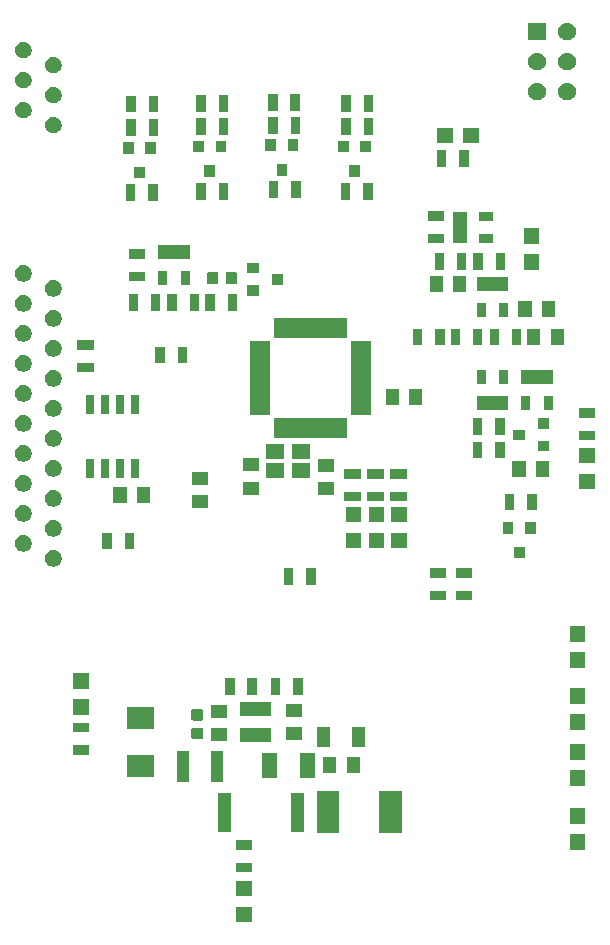
<source format=gbr>
G04 #@! TF.GenerationSoftware,KiCad,Pcbnew,5.0.2-bee76a0~70~ubuntu18.04.1*
G04 #@! TF.CreationDate,2019-04-27T20:52:58-04:00*
G04 #@! TF.ProjectId,Brakelight_Shutdown_BSPD,4272616b-656c-4696-9768-745f53687574,rev?*
G04 #@! TF.SameCoordinates,Original*
G04 #@! TF.FileFunction,Soldermask,Top*
G04 #@! TF.FilePolarity,Negative*
%FSLAX46Y46*%
G04 Gerber Fmt 4.6, Leading zero omitted, Abs format (unit mm)*
G04 Created by KiCad (PCBNEW 5.0.2-bee76a0~70~ubuntu18.04.1) date Sat 27 Apr 2019 08:52:58 PM EDT*
%MOMM*%
%LPD*%
G01*
G04 APERTURE LIST*
%ADD10C,0.100000*%
G04 APERTURE END LIST*
D10*
G36*
X181977000Y-126140000D02*
X180675000Y-126140000D01*
X180675000Y-124838000D01*
X181977000Y-124838000D01*
X181977000Y-126140000D01*
X181977000Y-126140000D01*
G37*
G36*
X181977000Y-123940000D02*
X180675000Y-123940000D01*
X180675000Y-122638000D01*
X181977000Y-122638000D01*
X181977000Y-123940000D01*
X181977000Y-123940000D01*
G37*
G36*
X182027000Y-121940000D02*
X180625000Y-121940000D01*
X180625000Y-121138000D01*
X182027000Y-121138000D01*
X182027000Y-121940000D01*
X182027000Y-121940000D01*
G37*
G36*
X182027000Y-120040000D02*
X180625000Y-120040000D01*
X180625000Y-119238000D01*
X182027000Y-119238000D01*
X182027000Y-120040000D01*
X182027000Y-120040000D01*
G37*
G36*
X210201000Y-120031000D02*
X208899000Y-120031000D01*
X208899000Y-118729000D01*
X210201000Y-118729000D01*
X210201000Y-120031000D01*
X210201000Y-120031000D01*
G37*
G36*
X189396300Y-118641000D02*
X187514300Y-118641000D01*
X187514300Y-115039000D01*
X189396300Y-115039000D01*
X189396300Y-118641000D01*
X189396300Y-118641000D01*
G37*
G36*
X194676300Y-118641000D02*
X192794300Y-118641000D01*
X192794300Y-115039000D01*
X194676300Y-115039000D01*
X194676300Y-118641000D01*
X194676300Y-118641000D01*
G37*
G36*
X180205200Y-118496080D02*
X179103200Y-118496080D01*
X179103200Y-115194080D01*
X180205200Y-115194080D01*
X180205200Y-118496080D01*
X180205200Y-118496080D01*
G37*
G36*
X186405200Y-118496080D02*
X185303200Y-118496080D01*
X185303200Y-115194080D01*
X186405200Y-115194080D01*
X186405200Y-118496080D01*
X186405200Y-118496080D01*
G37*
G36*
X210201000Y-117831000D02*
X208899000Y-117831000D01*
X208899000Y-116529000D01*
X210201000Y-116529000D01*
X210201000Y-117831000D01*
X210201000Y-117831000D01*
G37*
G36*
X210201000Y-114611000D02*
X208899000Y-114611000D01*
X208899000Y-113309000D01*
X210201000Y-113309000D01*
X210201000Y-114611000D01*
X210201000Y-114611000D01*
G37*
G36*
X179547800Y-114267500D02*
X178545800Y-114267500D01*
X178545800Y-111665500D01*
X179547800Y-111665500D01*
X179547800Y-114267500D01*
X179547800Y-114267500D01*
G37*
G36*
X176647800Y-114267500D02*
X175645800Y-114267500D01*
X175645800Y-111665500D01*
X176647800Y-111665500D01*
X176647800Y-114267500D01*
X176647800Y-114267500D01*
G37*
G36*
X184153700Y-113956540D02*
X182851700Y-113956540D01*
X182851700Y-111854540D01*
X184153700Y-111854540D01*
X184153700Y-113956540D01*
X184153700Y-113956540D01*
G37*
G36*
X187353700Y-113956540D02*
X186051700Y-113956540D01*
X186051700Y-111854540D01*
X187353700Y-111854540D01*
X187353700Y-113956540D01*
X187353700Y-113956540D01*
G37*
G36*
X173710800Y-113906500D02*
X171449800Y-113906500D01*
X171449800Y-112026500D01*
X173710800Y-112026500D01*
X173710800Y-113906500D01*
X173710800Y-113906500D01*
G37*
G36*
X189149300Y-113515500D02*
X188047300Y-113515500D01*
X188047300Y-112163500D01*
X189149300Y-112163500D01*
X189149300Y-113515500D01*
X189149300Y-113515500D01*
G37*
G36*
X191149300Y-113515500D02*
X190047300Y-113515500D01*
X190047300Y-112163500D01*
X191149300Y-112163500D01*
X191149300Y-113515500D01*
X191149300Y-113515500D01*
G37*
G36*
X210201000Y-112411000D02*
X208899000Y-112411000D01*
X208899000Y-111109000D01*
X210201000Y-111109000D01*
X210201000Y-112411000D01*
X210201000Y-112411000D01*
G37*
G36*
X168227000Y-111990000D02*
X166825000Y-111990000D01*
X166825000Y-111188000D01*
X168227000Y-111188000D01*
X168227000Y-111990000D01*
X168227000Y-111990000D01*
G37*
G36*
X188625300Y-111341000D02*
X187523300Y-111341000D01*
X187523300Y-109639000D01*
X188625300Y-109639000D01*
X188625300Y-111341000D01*
X188625300Y-111341000D01*
G37*
G36*
X191625300Y-111341000D02*
X190523300Y-111341000D01*
X190523300Y-109639000D01*
X191625300Y-109639000D01*
X191625300Y-111341000D01*
X191625300Y-111341000D01*
G37*
G36*
X183629600Y-110885800D02*
X180977600Y-110885800D01*
X180977600Y-109723800D01*
X183629600Y-109723800D01*
X183629600Y-110885800D01*
X183629600Y-110885800D01*
G37*
G36*
X179860300Y-110850500D02*
X178508300Y-110850500D01*
X178508300Y-109748500D01*
X179860300Y-109748500D01*
X179860300Y-110850500D01*
X179860300Y-110850500D01*
G37*
G36*
X186273800Y-110771000D02*
X184921800Y-110771000D01*
X184921800Y-109669000D01*
X186273800Y-109669000D01*
X186273800Y-110771000D01*
X186273800Y-110771000D01*
G37*
G36*
X177757951Y-109693265D02*
X177791929Y-109703573D01*
X177823247Y-109720313D01*
X177850699Y-109742841D01*
X177873227Y-109770293D01*
X177889967Y-109801611D01*
X177900275Y-109835589D01*
X177904360Y-109877070D01*
X177904360Y-110478290D01*
X177900275Y-110519771D01*
X177889967Y-110553749D01*
X177873227Y-110585067D01*
X177850699Y-110612519D01*
X177823247Y-110635047D01*
X177791929Y-110651787D01*
X177757951Y-110662095D01*
X177716470Y-110666180D01*
X177040250Y-110666180D01*
X176998769Y-110662095D01*
X176964791Y-110651787D01*
X176933473Y-110635047D01*
X176906021Y-110612519D01*
X176883493Y-110585067D01*
X176866753Y-110553749D01*
X176856445Y-110519771D01*
X176852360Y-110478290D01*
X176852360Y-109877070D01*
X176856445Y-109835589D01*
X176866753Y-109801611D01*
X176883493Y-109770293D01*
X176906021Y-109742841D01*
X176933473Y-109720313D01*
X176964791Y-109703573D01*
X176998769Y-109693265D01*
X177040250Y-109689180D01*
X177716470Y-109689180D01*
X177757951Y-109693265D01*
X177757951Y-109693265D01*
G37*
G36*
X168227000Y-110090000D02*
X166825000Y-110090000D01*
X166825000Y-109288000D01*
X168227000Y-109288000D01*
X168227000Y-110090000D01*
X168227000Y-110090000D01*
G37*
G36*
X210201000Y-109871000D02*
X208899000Y-109871000D01*
X208899000Y-108569000D01*
X210201000Y-108569000D01*
X210201000Y-109871000D01*
X210201000Y-109871000D01*
G37*
G36*
X173710800Y-109842500D02*
X171449800Y-109842500D01*
X171449800Y-107962500D01*
X173710800Y-107962500D01*
X173710800Y-109842500D01*
X173710800Y-109842500D01*
G37*
G36*
X177757951Y-108118265D02*
X177791929Y-108128573D01*
X177823247Y-108145313D01*
X177850699Y-108167841D01*
X177873227Y-108195293D01*
X177889967Y-108226611D01*
X177900275Y-108260589D01*
X177904360Y-108302070D01*
X177904360Y-108903290D01*
X177900275Y-108944771D01*
X177889967Y-108978749D01*
X177873227Y-109010067D01*
X177850699Y-109037519D01*
X177823247Y-109060047D01*
X177791929Y-109076787D01*
X177757951Y-109087095D01*
X177716470Y-109091180D01*
X177040250Y-109091180D01*
X176998769Y-109087095D01*
X176964791Y-109076787D01*
X176933473Y-109060047D01*
X176906021Y-109037519D01*
X176883493Y-109010067D01*
X176866753Y-108978749D01*
X176856445Y-108944771D01*
X176852360Y-108903290D01*
X176852360Y-108302070D01*
X176856445Y-108260589D01*
X176866753Y-108226611D01*
X176883493Y-108195293D01*
X176906021Y-108167841D01*
X176933473Y-108145313D01*
X176964791Y-108128573D01*
X176998769Y-108118265D01*
X177040250Y-108114180D01*
X177716470Y-108114180D01*
X177757951Y-108118265D01*
X177757951Y-108118265D01*
G37*
G36*
X179860300Y-108850500D02*
X178508300Y-108850500D01*
X178508300Y-107748500D01*
X179860300Y-107748500D01*
X179860300Y-108850500D01*
X179860300Y-108850500D01*
G37*
G36*
X186273800Y-108771000D02*
X184921800Y-108771000D01*
X184921800Y-107669000D01*
X186273800Y-107669000D01*
X186273800Y-108771000D01*
X186273800Y-108771000D01*
G37*
G36*
X183629600Y-108685800D02*
X180977600Y-108685800D01*
X180977600Y-107523800D01*
X183629600Y-107523800D01*
X183629600Y-108685800D01*
X183629600Y-108685800D01*
G37*
G36*
X168177000Y-108590000D02*
X166875000Y-108590000D01*
X166875000Y-107288000D01*
X168177000Y-107288000D01*
X168177000Y-108590000D01*
X168177000Y-108590000D01*
G37*
G36*
X210201000Y-107671000D02*
X208899000Y-107671000D01*
X208899000Y-106369000D01*
X210201000Y-106369000D01*
X210201000Y-107671000D01*
X210201000Y-107671000D01*
G37*
G36*
X184421420Y-106918720D02*
X183619420Y-106918720D01*
X183619420Y-105516720D01*
X184421420Y-105516720D01*
X184421420Y-106918720D01*
X184421420Y-106918720D01*
G37*
G36*
X186321420Y-106918720D02*
X185519420Y-106918720D01*
X185519420Y-105516720D01*
X186321420Y-105516720D01*
X186321420Y-106918720D01*
X186321420Y-106918720D01*
G37*
G36*
X182435220Y-106903480D02*
X181633220Y-106903480D01*
X181633220Y-105501480D01*
X182435220Y-105501480D01*
X182435220Y-106903480D01*
X182435220Y-106903480D01*
G37*
G36*
X180535220Y-106903480D02*
X179733220Y-106903480D01*
X179733220Y-105501480D01*
X180535220Y-105501480D01*
X180535220Y-106903480D01*
X180535220Y-106903480D01*
G37*
G36*
X168177000Y-106390000D02*
X166875000Y-106390000D01*
X166875000Y-105088000D01*
X168177000Y-105088000D01*
X168177000Y-106390000D01*
X168177000Y-106390000D01*
G37*
G36*
X210201000Y-104621000D02*
X208899000Y-104621000D01*
X208899000Y-103319000D01*
X210201000Y-103319000D01*
X210201000Y-104621000D01*
X210201000Y-104621000D01*
G37*
G36*
X210201000Y-102421000D02*
X208899000Y-102421000D01*
X208899000Y-101119000D01*
X210201000Y-101119000D01*
X210201000Y-102421000D01*
X210201000Y-102421000D01*
G37*
G36*
X198465400Y-98912400D02*
X197063400Y-98912400D01*
X197063400Y-98110400D01*
X198465400Y-98110400D01*
X198465400Y-98912400D01*
X198465400Y-98912400D01*
G37*
G36*
X200649800Y-98897200D02*
X199247800Y-98897200D01*
X199247800Y-98095200D01*
X200649800Y-98095200D01*
X200649800Y-98897200D01*
X200649800Y-98897200D01*
G37*
G36*
X187416200Y-97576600D02*
X186614200Y-97576600D01*
X186614200Y-96174600D01*
X187416200Y-96174600D01*
X187416200Y-97576600D01*
X187416200Y-97576600D01*
G37*
G36*
X185516200Y-97576600D02*
X184714200Y-97576600D01*
X184714200Y-96174600D01*
X185516200Y-96174600D01*
X185516200Y-97576600D01*
X185516200Y-97576600D01*
G37*
G36*
X198465400Y-97012400D02*
X197063400Y-97012400D01*
X197063400Y-96210400D01*
X198465400Y-96210400D01*
X198465400Y-97012400D01*
X198465400Y-97012400D01*
G37*
G36*
X200649800Y-96997200D02*
X199247800Y-96997200D01*
X199247800Y-96195200D01*
X200649800Y-96195200D01*
X200649800Y-96997200D01*
X200649800Y-96997200D01*
G37*
G36*
X165406072Y-94677538D02*
X165533649Y-94730382D01*
X165648465Y-94807100D01*
X165746100Y-94904735D01*
X165822818Y-95019551D01*
X165875662Y-95147128D01*
X165902600Y-95282556D01*
X165902600Y-95420644D01*
X165875662Y-95556072D01*
X165822818Y-95683649D01*
X165746100Y-95798465D01*
X165648465Y-95896100D01*
X165533649Y-95972818D01*
X165406072Y-96025662D01*
X165270644Y-96052600D01*
X165132556Y-96052600D01*
X164997128Y-96025662D01*
X164869551Y-95972818D01*
X164754735Y-95896100D01*
X164657100Y-95798465D01*
X164580382Y-95683649D01*
X164527538Y-95556072D01*
X164500600Y-95420644D01*
X164500600Y-95282556D01*
X164527538Y-95147128D01*
X164580382Y-95019551D01*
X164657100Y-94904735D01*
X164754735Y-94807100D01*
X164869551Y-94730382D01*
X164997128Y-94677538D01*
X165132556Y-94650600D01*
X165270644Y-94650600D01*
X165406072Y-94677538D01*
X165406072Y-94677538D01*
G37*
G36*
X205088600Y-95361800D02*
X204186600Y-95361800D01*
X204186600Y-94359800D01*
X205088600Y-94359800D01*
X205088600Y-95361800D01*
X205088600Y-95361800D01*
G37*
G36*
X162866072Y-93407538D02*
X162993649Y-93460382D01*
X163108465Y-93537100D01*
X163206100Y-93634735D01*
X163282818Y-93749551D01*
X163335662Y-93877128D01*
X163362600Y-94012556D01*
X163362600Y-94150644D01*
X163335662Y-94286072D01*
X163282818Y-94413649D01*
X163206100Y-94528465D01*
X163108465Y-94626100D01*
X162993649Y-94702818D01*
X162866072Y-94755662D01*
X162730644Y-94782600D01*
X162592556Y-94782600D01*
X162457128Y-94755662D01*
X162329551Y-94702818D01*
X162214735Y-94626100D01*
X162117100Y-94528465D01*
X162040382Y-94413649D01*
X161987538Y-94286072D01*
X161960600Y-94150644D01*
X161960600Y-94012556D01*
X161987538Y-93877128D01*
X162040382Y-93749551D01*
X162117100Y-93634735D01*
X162214735Y-93537100D01*
X162329551Y-93460382D01*
X162457128Y-93407538D01*
X162592556Y-93380600D01*
X162730644Y-93380600D01*
X162866072Y-93407538D01*
X162866072Y-93407538D01*
G37*
G36*
X172054200Y-94604800D02*
X171252200Y-94604800D01*
X171252200Y-93202800D01*
X172054200Y-93202800D01*
X172054200Y-94604800D01*
X172054200Y-94604800D01*
G37*
G36*
X170154200Y-94604800D02*
X169352200Y-94604800D01*
X169352200Y-93202800D01*
X170154200Y-93202800D01*
X170154200Y-94604800D01*
X170154200Y-94604800D01*
G37*
G36*
X193208400Y-94494200D02*
X191906400Y-94494200D01*
X191906400Y-93192200D01*
X193208400Y-93192200D01*
X193208400Y-94494200D01*
X193208400Y-94494200D01*
G37*
G36*
X191239900Y-94494200D02*
X189937900Y-94494200D01*
X189937900Y-93192200D01*
X191239900Y-93192200D01*
X191239900Y-94494200D01*
X191239900Y-94494200D01*
G37*
G36*
X195113400Y-94473700D02*
X193811400Y-94473700D01*
X193811400Y-93171700D01*
X195113400Y-93171700D01*
X195113400Y-94473700D01*
X195113400Y-94473700D01*
G37*
G36*
X165406072Y-92137538D02*
X165533649Y-92190382D01*
X165648465Y-92267100D01*
X165746100Y-92364735D01*
X165822818Y-92479551D01*
X165875662Y-92607128D01*
X165902600Y-92742556D01*
X165902600Y-92880644D01*
X165875662Y-93016072D01*
X165822818Y-93143649D01*
X165746100Y-93258465D01*
X165648465Y-93356100D01*
X165533649Y-93432818D01*
X165406072Y-93485662D01*
X165270644Y-93512600D01*
X165132556Y-93512600D01*
X164997128Y-93485662D01*
X164869551Y-93432818D01*
X164754735Y-93356100D01*
X164657100Y-93258465D01*
X164580382Y-93143649D01*
X164527538Y-93016072D01*
X164500600Y-92880644D01*
X164500600Y-92742556D01*
X164527538Y-92607128D01*
X164580382Y-92479551D01*
X164657100Y-92364735D01*
X164754735Y-92267100D01*
X164869551Y-92190382D01*
X164997128Y-92137538D01*
X165132556Y-92110600D01*
X165270644Y-92110600D01*
X165406072Y-92137538D01*
X165406072Y-92137538D01*
G37*
G36*
X206038600Y-93261800D02*
X205136600Y-93261800D01*
X205136600Y-92259800D01*
X206038600Y-92259800D01*
X206038600Y-93261800D01*
X206038600Y-93261800D01*
G37*
G36*
X204138600Y-93261800D02*
X203236600Y-93261800D01*
X203236600Y-92259800D01*
X204138600Y-92259800D01*
X204138600Y-93261800D01*
X204138600Y-93261800D01*
G37*
G36*
X191239900Y-92294200D02*
X189937900Y-92294200D01*
X189937900Y-90992200D01*
X191239900Y-90992200D01*
X191239900Y-92294200D01*
X191239900Y-92294200D01*
G37*
G36*
X193208400Y-92294200D02*
X191906400Y-92294200D01*
X191906400Y-90992200D01*
X193208400Y-90992200D01*
X193208400Y-92294200D01*
X193208400Y-92294200D01*
G37*
G36*
X195113400Y-92273700D02*
X193811400Y-92273700D01*
X193811400Y-90971700D01*
X195113400Y-90971700D01*
X195113400Y-92273700D01*
X195113400Y-92273700D01*
G37*
G36*
X162866072Y-90867538D02*
X162993649Y-90920382D01*
X163108465Y-90997100D01*
X163206100Y-91094735D01*
X163282818Y-91209551D01*
X163335662Y-91337128D01*
X163362600Y-91472556D01*
X163362600Y-91610644D01*
X163335662Y-91746072D01*
X163282818Y-91873649D01*
X163206100Y-91988465D01*
X163108465Y-92086100D01*
X162993649Y-92162818D01*
X162866072Y-92215662D01*
X162730644Y-92242600D01*
X162592556Y-92242600D01*
X162457128Y-92215662D01*
X162329551Y-92162818D01*
X162214735Y-92086100D01*
X162117100Y-91988465D01*
X162040382Y-91873649D01*
X161987538Y-91746072D01*
X161960600Y-91610644D01*
X161960600Y-91472556D01*
X161987538Y-91337128D01*
X162040382Y-91209551D01*
X162117100Y-91094735D01*
X162214735Y-90997100D01*
X162329551Y-90920382D01*
X162457128Y-90867538D01*
X162592556Y-90840600D01*
X162730644Y-90840600D01*
X162866072Y-90867538D01*
X162866072Y-90867538D01*
G37*
G36*
X204210600Y-91277400D02*
X203408600Y-91277400D01*
X203408600Y-89875400D01*
X204210600Y-89875400D01*
X204210600Y-91277400D01*
X204210600Y-91277400D01*
G37*
G36*
X206110600Y-91277400D02*
X205308600Y-91277400D01*
X205308600Y-89875400D01*
X206110600Y-89875400D01*
X206110600Y-91277400D01*
X206110600Y-91277400D01*
G37*
G36*
X178323600Y-91127400D02*
X176971600Y-91127400D01*
X176971600Y-90025400D01*
X178323600Y-90025400D01*
X178323600Y-91127400D01*
X178323600Y-91127400D01*
G37*
G36*
X165406072Y-89597538D02*
X165533649Y-89650382D01*
X165648465Y-89727100D01*
X165746100Y-89824735D01*
X165822818Y-89939551D01*
X165875662Y-90067128D01*
X165902600Y-90202556D01*
X165902600Y-90340644D01*
X165875662Y-90476072D01*
X165822818Y-90603649D01*
X165746100Y-90718465D01*
X165648465Y-90816100D01*
X165533649Y-90892818D01*
X165406072Y-90945662D01*
X165270644Y-90972600D01*
X165132556Y-90972600D01*
X164997128Y-90945662D01*
X164869551Y-90892818D01*
X164754735Y-90816100D01*
X164657100Y-90718465D01*
X164580382Y-90603649D01*
X164527538Y-90476072D01*
X164500600Y-90340644D01*
X164500600Y-90202556D01*
X164527538Y-90067128D01*
X164580382Y-89939551D01*
X164657100Y-89824735D01*
X164754735Y-89727100D01*
X164869551Y-89650382D01*
X164997128Y-89597538D01*
X165132556Y-89570600D01*
X165270644Y-89570600D01*
X165406072Y-89597538D01*
X165406072Y-89597538D01*
G37*
G36*
X171391400Y-90642800D02*
X170289400Y-90642800D01*
X170289400Y-89290800D01*
X171391400Y-89290800D01*
X171391400Y-90642800D01*
X171391400Y-90642800D01*
G37*
G36*
X173391400Y-90642800D02*
X172289400Y-90642800D01*
X172289400Y-89290800D01*
X173391400Y-89290800D01*
X173391400Y-90642800D01*
X173391400Y-90642800D01*
G37*
G36*
X193194900Y-90520200D02*
X191792900Y-90520200D01*
X191792900Y-89718200D01*
X193194900Y-89718200D01*
X193194900Y-90520200D01*
X193194900Y-90520200D01*
G37*
G36*
X191226400Y-90520200D02*
X189824400Y-90520200D01*
X189824400Y-89718200D01*
X191226400Y-89718200D01*
X191226400Y-90520200D01*
X191226400Y-90520200D01*
G37*
G36*
X195099900Y-90517700D02*
X193697900Y-90517700D01*
X193697900Y-89715700D01*
X195099900Y-89715700D01*
X195099900Y-90517700D01*
X195099900Y-90517700D01*
G37*
G36*
X188978900Y-90035200D02*
X187626900Y-90035200D01*
X187626900Y-88933200D01*
X188978900Y-88933200D01*
X188978900Y-90035200D01*
X188978900Y-90035200D01*
G37*
G36*
X182628900Y-90003200D02*
X181276900Y-90003200D01*
X181276900Y-88901200D01*
X182628900Y-88901200D01*
X182628900Y-90003200D01*
X182628900Y-90003200D01*
G37*
G36*
X162866072Y-88327538D02*
X162993649Y-88380382D01*
X163108465Y-88457100D01*
X163206100Y-88554735D01*
X163282818Y-88669551D01*
X163335662Y-88797128D01*
X163362600Y-88932556D01*
X163362600Y-89070644D01*
X163335662Y-89206072D01*
X163282818Y-89333649D01*
X163206100Y-89448465D01*
X163108465Y-89546100D01*
X162993649Y-89622818D01*
X162866072Y-89675662D01*
X162730644Y-89702600D01*
X162592556Y-89702600D01*
X162457128Y-89675662D01*
X162329551Y-89622818D01*
X162214735Y-89546100D01*
X162117100Y-89448465D01*
X162040382Y-89333649D01*
X161987538Y-89206072D01*
X161960600Y-89070644D01*
X161960600Y-88932556D01*
X161987538Y-88797128D01*
X162040382Y-88669551D01*
X162117100Y-88554735D01*
X162214735Y-88457100D01*
X162329551Y-88380382D01*
X162457128Y-88327538D01*
X162592556Y-88300600D01*
X162730644Y-88300600D01*
X162866072Y-88327538D01*
X162866072Y-88327538D01*
G37*
G36*
X211039200Y-89508000D02*
X209737200Y-89508000D01*
X209737200Y-88206000D01*
X211039200Y-88206000D01*
X211039200Y-89508000D01*
X211039200Y-89508000D01*
G37*
G36*
X178323600Y-89127400D02*
X176971600Y-89127400D01*
X176971600Y-88025400D01*
X178323600Y-88025400D01*
X178323600Y-89127400D01*
X178323600Y-89127400D01*
G37*
G36*
X191226400Y-88620200D02*
X189824400Y-88620200D01*
X189824400Y-87818200D01*
X191226400Y-87818200D01*
X191226400Y-88620200D01*
X191226400Y-88620200D01*
G37*
G36*
X193194900Y-88620200D02*
X191792900Y-88620200D01*
X191792900Y-87818200D01*
X193194900Y-87818200D01*
X193194900Y-88620200D01*
X193194900Y-88620200D01*
G37*
G36*
X195099900Y-88617700D02*
X193697900Y-88617700D01*
X193697900Y-87815700D01*
X195099900Y-87815700D01*
X195099900Y-88617700D01*
X195099900Y-88617700D01*
G37*
G36*
X172461400Y-88565200D02*
X171759400Y-88565200D01*
X171759400Y-86913200D01*
X172461400Y-86913200D01*
X172461400Y-88565200D01*
X172461400Y-88565200D01*
G37*
G36*
X168651400Y-88565200D02*
X167949400Y-88565200D01*
X167949400Y-86913200D01*
X168651400Y-86913200D01*
X168651400Y-88565200D01*
X168651400Y-88565200D01*
G37*
G36*
X169921400Y-88565200D02*
X169219400Y-88565200D01*
X169219400Y-86913200D01*
X169921400Y-86913200D01*
X169921400Y-88565200D01*
X169921400Y-88565200D01*
G37*
G36*
X171191400Y-88565200D02*
X170489400Y-88565200D01*
X170489400Y-86913200D01*
X171191400Y-86913200D01*
X171191400Y-88565200D01*
X171191400Y-88565200D01*
G37*
G36*
X186935900Y-88560200D02*
X185433900Y-88560200D01*
X185433900Y-87258200D01*
X186935900Y-87258200D01*
X186935900Y-88560200D01*
X186935900Y-88560200D01*
G37*
G36*
X184735900Y-88560200D02*
X183233900Y-88560200D01*
X183233900Y-87258200D01*
X184735900Y-87258200D01*
X184735900Y-88560200D01*
X184735900Y-88560200D01*
G37*
G36*
X205173400Y-88509200D02*
X204071400Y-88509200D01*
X204071400Y-87157200D01*
X205173400Y-87157200D01*
X205173400Y-88509200D01*
X205173400Y-88509200D01*
G37*
G36*
X207173400Y-88509200D02*
X206071400Y-88509200D01*
X206071400Y-87157200D01*
X207173400Y-87157200D01*
X207173400Y-88509200D01*
X207173400Y-88509200D01*
G37*
G36*
X165406072Y-87057538D02*
X165533649Y-87110382D01*
X165648465Y-87187100D01*
X165746100Y-87284735D01*
X165822818Y-87399551D01*
X165875662Y-87527128D01*
X165902600Y-87662556D01*
X165902600Y-87800644D01*
X165875662Y-87936072D01*
X165822818Y-88063649D01*
X165746100Y-88178465D01*
X165648465Y-88276100D01*
X165533649Y-88352818D01*
X165406072Y-88405662D01*
X165270644Y-88432600D01*
X165132556Y-88432600D01*
X164997128Y-88405662D01*
X164869551Y-88352818D01*
X164754735Y-88276100D01*
X164657100Y-88178465D01*
X164580382Y-88063649D01*
X164527538Y-87936072D01*
X164500600Y-87800644D01*
X164500600Y-87662556D01*
X164527538Y-87527128D01*
X164580382Y-87399551D01*
X164657100Y-87284735D01*
X164754735Y-87187100D01*
X164869551Y-87110382D01*
X164997128Y-87057538D01*
X165132556Y-87030600D01*
X165270644Y-87030600D01*
X165406072Y-87057538D01*
X165406072Y-87057538D01*
G37*
G36*
X188978900Y-88035200D02*
X187626900Y-88035200D01*
X187626900Y-86933200D01*
X188978900Y-86933200D01*
X188978900Y-88035200D01*
X188978900Y-88035200D01*
G37*
G36*
X182628900Y-88003200D02*
X181276900Y-88003200D01*
X181276900Y-86901200D01*
X182628900Y-86901200D01*
X182628900Y-88003200D01*
X182628900Y-88003200D01*
G37*
G36*
X211039200Y-87308000D02*
X209737200Y-87308000D01*
X209737200Y-86006000D01*
X211039200Y-86006000D01*
X211039200Y-87308000D01*
X211039200Y-87308000D01*
G37*
G36*
X162866072Y-85787538D02*
X162993649Y-85840382D01*
X163108465Y-85917100D01*
X163206100Y-86014735D01*
X163282818Y-86129551D01*
X163335662Y-86257128D01*
X163362600Y-86392556D01*
X163362600Y-86530644D01*
X163335662Y-86666072D01*
X163282818Y-86793649D01*
X163206100Y-86908465D01*
X163108465Y-87006100D01*
X162993649Y-87082818D01*
X162866072Y-87135662D01*
X162730644Y-87162600D01*
X162592556Y-87162600D01*
X162457128Y-87135662D01*
X162329551Y-87082818D01*
X162214735Y-87006100D01*
X162117100Y-86908465D01*
X162040382Y-86793649D01*
X161987538Y-86666072D01*
X161960600Y-86530644D01*
X161960600Y-86392556D01*
X161987538Y-86257128D01*
X162040382Y-86129551D01*
X162117100Y-86014735D01*
X162214735Y-85917100D01*
X162329551Y-85840382D01*
X162457128Y-85787538D01*
X162592556Y-85760600D01*
X162730644Y-85760600D01*
X162866072Y-85787538D01*
X162866072Y-85787538D01*
G37*
G36*
X184735900Y-86960200D02*
X183233900Y-86960200D01*
X183233900Y-85658200D01*
X184735900Y-85658200D01*
X184735900Y-86960200D01*
X184735900Y-86960200D01*
G37*
G36*
X186935900Y-86960200D02*
X185433900Y-86960200D01*
X185433900Y-85658200D01*
X186935900Y-85658200D01*
X186935900Y-86960200D01*
X186935900Y-86960200D01*
G37*
G36*
X201523200Y-86883200D02*
X200721200Y-86883200D01*
X200721200Y-85481200D01*
X201523200Y-85481200D01*
X201523200Y-86883200D01*
X201523200Y-86883200D01*
G37*
G36*
X203423200Y-86883200D02*
X202621200Y-86883200D01*
X202621200Y-85481200D01*
X203423200Y-85481200D01*
X203423200Y-86883200D01*
X203423200Y-86883200D01*
G37*
G36*
X207198000Y-86313200D02*
X206196000Y-86313200D01*
X206196000Y-85411200D01*
X207198000Y-85411200D01*
X207198000Y-86313200D01*
X207198000Y-86313200D01*
G37*
G36*
X165406072Y-84517538D02*
X165533649Y-84570382D01*
X165648465Y-84647100D01*
X165746100Y-84744735D01*
X165822818Y-84859551D01*
X165875662Y-84987128D01*
X165902600Y-85122556D01*
X165902600Y-85260644D01*
X165875662Y-85396072D01*
X165822818Y-85523649D01*
X165746100Y-85638465D01*
X165648465Y-85736100D01*
X165533649Y-85812818D01*
X165406072Y-85865662D01*
X165270644Y-85892600D01*
X165132556Y-85892600D01*
X164997128Y-85865662D01*
X164869551Y-85812818D01*
X164754735Y-85736100D01*
X164657100Y-85638465D01*
X164580382Y-85523649D01*
X164527538Y-85396072D01*
X164500600Y-85260644D01*
X164500600Y-85122556D01*
X164527538Y-84987128D01*
X164580382Y-84859551D01*
X164657100Y-84744735D01*
X164754735Y-84647100D01*
X164869551Y-84570382D01*
X164997128Y-84517538D01*
X165132556Y-84490600D01*
X165270644Y-84490600D01*
X165406072Y-84517538D01*
X165406072Y-84517538D01*
G37*
G36*
X205098000Y-85363200D02*
X204096000Y-85363200D01*
X204096000Y-84461200D01*
X205098000Y-84461200D01*
X205098000Y-85363200D01*
X205098000Y-85363200D01*
G37*
G36*
X211063800Y-85338600D02*
X209661800Y-85338600D01*
X209661800Y-84536600D01*
X211063800Y-84536600D01*
X211063800Y-85338600D01*
X211063800Y-85338600D01*
G37*
G36*
X190095400Y-85187200D02*
X183843400Y-85187200D01*
X183843400Y-83485200D01*
X190095400Y-83485200D01*
X190095400Y-85187200D01*
X190095400Y-85187200D01*
G37*
G36*
X201523200Y-84876600D02*
X200721200Y-84876600D01*
X200721200Y-83474600D01*
X201523200Y-83474600D01*
X201523200Y-84876600D01*
X201523200Y-84876600D01*
G37*
G36*
X203423200Y-84876600D02*
X202621200Y-84876600D01*
X202621200Y-83474600D01*
X203423200Y-83474600D01*
X203423200Y-84876600D01*
X203423200Y-84876600D01*
G37*
G36*
X162866072Y-83247538D02*
X162993649Y-83300382D01*
X163108465Y-83377100D01*
X163206100Y-83474735D01*
X163282818Y-83589551D01*
X163335662Y-83717128D01*
X163362600Y-83852556D01*
X163362600Y-83990644D01*
X163335662Y-84126072D01*
X163282818Y-84253649D01*
X163206100Y-84368465D01*
X163108465Y-84466100D01*
X162993649Y-84542818D01*
X162866072Y-84595662D01*
X162730644Y-84622600D01*
X162592556Y-84622600D01*
X162457128Y-84595662D01*
X162329551Y-84542818D01*
X162214735Y-84466100D01*
X162117100Y-84368465D01*
X162040382Y-84253649D01*
X161987538Y-84126072D01*
X161960600Y-83990644D01*
X161960600Y-83852556D01*
X161987538Y-83717128D01*
X162040382Y-83589551D01*
X162117100Y-83474735D01*
X162214735Y-83377100D01*
X162329551Y-83300382D01*
X162457128Y-83247538D01*
X162592556Y-83220600D01*
X162730644Y-83220600D01*
X162866072Y-83247538D01*
X162866072Y-83247538D01*
G37*
G36*
X207198000Y-84413200D02*
X206196000Y-84413200D01*
X206196000Y-83511200D01*
X207198000Y-83511200D01*
X207198000Y-84413200D01*
X207198000Y-84413200D01*
G37*
G36*
X211063800Y-83438600D02*
X209661800Y-83438600D01*
X209661800Y-82636600D01*
X211063800Y-82636600D01*
X211063800Y-83438600D01*
X211063800Y-83438600D01*
G37*
G36*
X165406072Y-81977538D02*
X165533649Y-82030382D01*
X165648465Y-82107100D01*
X165746100Y-82204735D01*
X165822818Y-82319551D01*
X165875662Y-82447128D01*
X165902600Y-82582556D01*
X165902600Y-82720644D01*
X165875662Y-82856072D01*
X165822818Y-82983649D01*
X165746100Y-83098465D01*
X165648465Y-83196100D01*
X165533649Y-83272818D01*
X165406072Y-83325662D01*
X165270644Y-83352600D01*
X165132556Y-83352600D01*
X164997128Y-83325662D01*
X164869551Y-83272818D01*
X164754735Y-83196100D01*
X164657100Y-83098465D01*
X164580382Y-82983649D01*
X164527538Y-82856072D01*
X164500600Y-82720644D01*
X164500600Y-82582556D01*
X164527538Y-82447128D01*
X164580382Y-82319551D01*
X164657100Y-82204735D01*
X164754735Y-82107100D01*
X164869551Y-82030382D01*
X164997128Y-81977538D01*
X165132556Y-81950600D01*
X165270644Y-81950600D01*
X165406072Y-81977538D01*
X165406072Y-81977538D01*
G37*
G36*
X192070400Y-83212200D02*
X190368400Y-83212200D01*
X190368400Y-76960200D01*
X192070400Y-76960200D01*
X192070400Y-83212200D01*
X192070400Y-83212200D01*
G37*
G36*
X183570400Y-83212200D02*
X181868400Y-83212200D01*
X181868400Y-76960200D01*
X183570400Y-76960200D01*
X183570400Y-83212200D01*
X183570400Y-83212200D01*
G37*
G36*
X172461400Y-83165200D02*
X171759400Y-83165200D01*
X171759400Y-81513200D01*
X172461400Y-81513200D01*
X172461400Y-83165200D01*
X172461400Y-83165200D01*
G37*
G36*
X171191400Y-83165200D02*
X170489400Y-83165200D01*
X170489400Y-81513200D01*
X171191400Y-81513200D01*
X171191400Y-83165200D01*
X171191400Y-83165200D01*
G37*
G36*
X169921400Y-83165200D02*
X169219400Y-83165200D01*
X169219400Y-81513200D01*
X169921400Y-81513200D01*
X169921400Y-83165200D01*
X169921400Y-83165200D01*
G37*
G36*
X168651400Y-83165200D02*
X167949400Y-83165200D01*
X167949400Y-81513200D01*
X168651400Y-81513200D01*
X168651400Y-83165200D01*
X168651400Y-83165200D01*
G37*
G36*
X207462200Y-82775400D02*
X206710200Y-82775400D01*
X206710200Y-81613400D01*
X207462200Y-81613400D01*
X207462200Y-82775400D01*
X207462200Y-82775400D01*
G37*
G36*
X205562200Y-82775400D02*
X204810200Y-82775400D01*
X204810200Y-81613400D01*
X205562200Y-81613400D01*
X205562200Y-82775400D01*
X205562200Y-82775400D01*
G37*
G36*
X203713200Y-82775400D02*
X201061200Y-82775400D01*
X201061200Y-81613400D01*
X203713200Y-81613400D01*
X203713200Y-82775400D01*
X203713200Y-82775400D01*
G37*
G36*
X194429200Y-82413200D02*
X193327200Y-82413200D01*
X193327200Y-81061200D01*
X194429200Y-81061200D01*
X194429200Y-82413200D01*
X194429200Y-82413200D01*
G37*
G36*
X196429200Y-82413200D02*
X195327200Y-82413200D01*
X195327200Y-81061200D01*
X196429200Y-81061200D01*
X196429200Y-82413200D01*
X196429200Y-82413200D01*
G37*
G36*
X162866072Y-80707538D02*
X162993649Y-80760382D01*
X163108465Y-80837100D01*
X163206100Y-80934735D01*
X163282818Y-81049551D01*
X163335662Y-81177128D01*
X163362600Y-81312556D01*
X163362600Y-81450644D01*
X163335662Y-81586072D01*
X163282818Y-81713649D01*
X163206100Y-81828465D01*
X163108465Y-81926100D01*
X162993649Y-82002818D01*
X162866072Y-82055662D01*
X162730644Y-82082600D01*
X162592556Y-82082600D01*
X162457128Y-82055662D01*
X162329551Y-82002818D01*
X162214735Y-81926100D01*
X162117100Y-81828465D01*
X162040382Y-81713649D01*
X161987538Y-81586072D01*
X161960600Y-81450644D01*
X161960600Y-81312556D01*
X161987538Y-81177128D01*
X162040382Y-81049551D01*
X162117100Y-80934735D01*
X162214735Y-80837100D01*
X162329551Y-80760382D01*
X162457128Y-80707538D01*
X162592556Y-80680600D01*
X162730644Y-80680600D01*
X162866072Y-80707538D01*
X162866072Y-80707538D01*
G37*
G36*
X165406072Y-79437538D02*
X165533649Y-79490382D01*
X165648465Y-79567100D01*
X165746100Y-79664735D01*
X165822818Y-79779551D01*
X165875662Y-79907128D01*
X165902600Y-80042556D01*
X165902600Y-80180644D01*
X165875662Y-80316072D01*
X165822818Y-80443649D01*
X165746100Y-80558465D01*
X165648465Y-80656100D01*
X165533649Y-80732818D01*
X165406072Y-80785662D01*
X165270644Y-80812600D01*
X165132556Y-80812600D01*
X164997128Y-80785662D01*
X164869551Y-80732818D01*
X164754735Y-80656100D01*
X164657100Y-80558465D01*
X164580382Y-80443649D01*
X164527538Y-80316072D01*
X164500600Y-80180644D01*
X164500600Y-80042556D01*
X164527538Y-79907128D01*
X164580382Y-79779551D01*
X164657100Y-79664735D01*
X164754735Y-79567100D01*
X164869551Y-79490382D01*
X164997128Y-79437538D01*
X165132556Y-79410600D01*
X165270644Y-79410600D01*
X165406072Y-79437538D01*
X165406072Y-79437538D01*
G37*
G36*
X203713200Y-80575400D02*
X202961200Y-80575400D01*
X202961200Y-79413400D01*
X203713200Y-79413400D01*
X203713200Y-80575400D01*
X203713200Y-80575400D01*
G37*
G36*
X201813200Y-80575400D02*
X201061200Y-80575400D01*
X201061200Y-79413400D01*
X201813200Y-79413400D01*
X201813200Y-80575400D01*
X201813200Y-80575400D01*
G37*
G36*
X207462200Y-80575400D02*
X204810200Y-80575400D01*
X204810200Y-79413400D01*
X207462200Y-79413400D01*
X207462200Y-80575400D01*
X207462200Y-80575400D01*
G37*
G36*
X168620400Y-79595700D02*
X167218400Y-79595700D01*
X167218400Y-78793700D01*
X168620400Y-78793700D01*
X168620400Y-79595700D01*
X168620400Y-79595700D01*
G37*
G36*
X162866072Y-78167538D02*
X162993649Y-78220382D01*
X163108465Y-78297100D01*
X163206100Y-78394735D01*
X163282818Y-78509551D01*
X163335662Y-78637128D01*
X163362600Y-78772556D01*
X163362600Y-78910644D01*
X163335662Y-79046072D01*
X163282818Y-79173649D01*
X163206100Y-79288465D01*
X163108465Y-79386100D01*
X162993649Y-79462818D01*
X162866072Y-79515662D01*
X162730644Y-79542600D01*
X162592556Y-79542600D01*
X162457128Y-79515662D01*
X162329551Y-79462818D01*
X162214735Y-79386100D01*
X162117100Y-79288465D01*
X162040382Y-79173649D01*
X161987538Y-79046072D01*
X161960600Y-78910644D01*
X161960600Y-78772556D01*
X161987538Y-78637128D01*
X162040382Y-78509551D01*
X162117100Y-78394735D01*
X162214735Y-78297100D01*
X162329551Y-78220382D01*
X162457128Y-78167538D01*
X162592556Y-78140600D01*
X162730644Y-78140600D01*
X162866072Y-78167538D01*
X162866072Y-78167538D01*
G37*
G36*
X174634800Y-78831400D02*
X173832800Y-78831400D01*
X173832800Y-77429400D01*
X174634800Y-77429400D01*
X174634800Y-78831400D01*
X174634800Y-78831400D01*
G37*
G36*
X176534800Y-78831400D02*
X175732800Y-78831400D01*
X175732800Y-77429400D01*
X176534800Y-77429400D01*
X176534800Y-78831400D01*
X176534800Y-78831400D01*
G37*
G36*
X165406072Y-76897538D02*
X165533649Y-76950382D01*
X165648465Y-77027100D01*
X165746100Y-77124735D01*
X165822818Y-77239551D01*
X165875662Y-77367128D01*
X165902600Y-77502556D01*
X165902600Y-77640644D01*
X165875662Y-77776072D01*
X165822818Y-77903649D01*
X165746100Y-78018465D01*
X165648465Y-78116100D01*
X165533649Y-78192818D01*
X165406072Y-78245662D01*
X165270644Y-78272600D01*
X165132556Y-78272600D01*
X164997128Y-78245662D01*
X164869551Y-78192818D01*
X164754735Y-78116100D01*
X164657100Y-78018465D01*
X164580382Y-77903649D01*
X164527538Y-77776072D01*
X164500600Y-77640644D01*
X164500600Y-77502556D01*
X164527538Y-77367128D01*
X164580382Y-77239551D01*
X164657100Y-77124735D01*
X164754735Y-77027100D01*
X164869551Y-76950382D01*
X164997128Y-76897538D01*
X165132556Y-76870600D01*
X165270644Y-76870600D01*
X165406072Y-76897538D01*
X165406072Y-76897538D01*
G37*
G36*
X168620400Y-77695700D02*
X167218400Y-77695700D01*
X167218400Y-76893700D01*
X168620400Y-76893700D01*
X168620400Y-77695700D01*
X168620400Y-77695700D01*
G37*
G36*
X202930400Y-77332800D02*
X202128400Y-77332800D01*
X202128400Y-75930800D01*
X202930400Y-75930800D01*
X202930400Y-77332800D01*
X202930400Y-77332800D01*
G37*
G36*
X204830400Y-77332800D02*
X204028400Y-77332800D01*
X204028400Y-75930800D01*
X204830400Y-75930800D01*
X204830400Y-77332800D01*
X204830400Y-77332800D01*
G37*
G36*
X206434000Y-77307800D02*
X205332000Y-77307800D01*
X205332000Y-75955800D01*
X206434000Y-75955800D01*
X206434000Y-77307800D01*
X206434000Y-77307800D01*
G37*
G36*
X208434000Y-77307800D02*
X207332000Y-77307800D01*
X207332000Y-75955800D01*
X208434000Y-75955800D01*
X208434000Y-77307800D01*
X208434000Y-77307800D01*
G37*
G36*
X196417800Y-77307400D02*
X195615800Y-77307400D01*
X195615800Y-75905400D01*
X196417800Y-75905400D01*
X196417800Y-77307400D01*
X196417800Y-77307400D01*
G37*
G36*
X198317800Y-77307400D02*
X197515800Y-77307400D01*
X197515800Y-75905400D01*
X198317800Y-75905400D01*
X198317800Y-77307400D01*
X198317800Y-77307400D01*
G37*
G36*
X199628400Y-77307400D02*
X198826400Y-77307400D01*
X198826400Y-75905400D01*
X199628400Y-75905400D01*
X199628400Y-77307400D01*
X199628400Y-77307400D01*
G37*
G36*
X201528400Y-77307400D02*
X200726400Y-77307400D01*
X200726400Y-75905400D01*
X201528400Y-75905400D01*
X201528400Y-77307400D01*
X201528400Y-77307400D01*
G37*
G36*
X162866072Y-75627538D02*
X162993649Y-75680382D01*
X163108465Y-75757100D01*
X163206100Y-75854735D01*
X163282818Y-75969551D01*
X163335662Y-76097128D01*
X163362600Y-76232556D01*
X163362600Y-76370644D01*
X163335662Y-76506072D01*
X163282818Y-76633649D01*
X163206100Y-76748465D01*
X163108465Y-76846100D01*
X162993649Y-76922818D01*
X162866072Y-76975662D01*
X162730644Y-77002600D01*
X162592556Y-77002600D01*
X162457128Y-76975662D01*
X162329551Y-76922818D01*
X162214735Y-76846100D01*
X162117100Y-76748465D01*
X162040382Y-76633649D01*
X161987538Y-76506072D01*
X161960600Y-76370644D01*
X161960600Y-76232556D01*
X161987538Y-76097128D01*
X162040382Y-75969551D01*
X162117100Y-75854735D01*
X162214735Y-75757100D01*
X162329551Y-75680382D01*
X162457128Y-75627538D01*
X162592556Y-75600600D01*
X162730644Y-75600600D01*
X162866072Y-75627538D01*
X162866072Y-75627538D01*
G37*
G36*
X190095400Y-76687200D02*
X183843400Y-76687200D01*
X183843400Y-74985200D01*
X190095400Y-74985200D01*
X190095400Y-76687200D01*
X190095400Y-76687200D01*
G37*
G36*
X165406072Y-74357538D02*
X165533649Y-74410382D01*
X165648465Y-74487100D01*
X165746100Y-74584735D01*
X165822818Y-74699551D01*
X165875662Y-74827128D01*
X165902600Y-74962556D01*
X165902600Y-75100644D01*
X165875662Y-75236072D01*
X165822818Y-75363649D01*
X165746100Y-75478465D01*
X165648465Y-75576100D01*
X165533649Y-75652818D01*
X165406072Y-75705662D01*
X165270644Y-75732600D01*
X165132556Y-75732600D01*
X164997128Y-75705662D01*
X164869551Y-75652818D01*
X164754735Y-75576100D01*
X164657100Y-75478465D01*
X164580382Y-75363649D01*
X164527538Y-75236072D01*
X164500600Y-75100644D01*
X164500600Y-74962556D01*
X164527538Y-74827128D01*
X164580382Y-74699551D01*
X164657100Y-74584735D01*
X164754735Y-74487100D01*
X164869551Y-74410382D01*
X164997128Y-74357538D01*
X165132556Y-74330600D01*
X165270644Y-74330600D01*
X165406072Y-74357538D01*
X165406072Y-74357538D01*
G37*
G36*
X205681400Y-74945600D02*
X204579400Y-74945600D01*
X204579400Y-73593600D01*
X205681400Y-73593600D01*
X205681400Y-74945600D01*
X205681400Y-74945600D01*
G37*
G36*
X207681400Y-74945600D02*
X206579400Y-74945600D01*
X206579400Y-73593600D01*
X207681400Y-73593600D01*
X207681400Y-74945600D01*
X207681400Y-74945600D01*
G37*
G36*
X203687800Y-74909200D02*
X202935800Y-74909200D01*
X202935800Y-73747200D01*
X203687800Y-73747200D01*
X203687800Y-74909200D01*
X203687800Y-74909200D01*
G37*
G36*
X201787800Y-74909200D02*
X201035800Y-74909200D01*
X201035800Y-73747200D01*
X201787800Y-73747200D01*
X201787800Y-74909200D01*
X201787800Y-74909200D01*
G37*
G36*
X162866072Y-73087538D02*
X162993649Y-73140382D01*
X163108465Y-73217100D01*
X163206100Y-73314735D01*
X163282818Y-73429551D01*
X163335662Y-73557128D01*
X163362600Y-73692556D01*
X163362600Y-73830644D01*
X163335662Y-73966072D01*
X163282818Y-74093649D01*
X163206100Y-74208465D01*
X163108465Y-74306100D01*
X162993649Y-74382818D01*
X162866072Y-74435662D01*
X162730644Y-74462600D01*
X162592556Y-74462600D01*
X162457128Y-74435662D01*
X162329551Y-74382818D01*
X162214735Y-74306100D01*
X162117100Y-74208465D01*
X162040382Y-74093649D01*
X161987538Y-73966072D01*
X161960600Y-73830644D01*
X161960600Y-73692556D01*
X161987538Y-73557128D01*
X162040382Y-73429551D01*
X162117100Y-73314735D01*
X162214735Y-73217100D01*
X162329551Y-73140382D01*
X162457128Y-73087538D01*
X162592556Y-73060600D01*
X162730644Y-73060600D01*
X162866072Y-73087538D01*
X162866072Y-73087538D01*
G37*
G36*
X174264000Y-74411800D02*
X173462000Y-74411800D01*
X173462000Y-73009800D01*
X174264000Y-73009800D01*
X174264000Y-74411800D01*
X174264000Y-74411800D01*
G37*
G36*
X172364000Y-74411800D02*
X171562000Y-74411800D01*
X171562000Y-73009800D01*
X172364000Y-73009800D01*
X172364000Y-74411800D01*
X172364000Y-74411800D01*
G37*
G36*
X178866400Y-74411800D02*
X178064400Y-74411800D01*
X178064400Y-73009800D01*
X178866400Y-73009800D01*
X178866400Y-74411800D01*
X178866400Y-74411800D01*
G37*
G36*
X175635600Y-74411800D02*
X174833600Y-74411800D01*
X174833600Y-73009800D01*
X175635600Y-73009800D01*
X175635600Y-74411800D01*
X175635600Y-74411800D01*
G37*
G36*
X177535600Y-74411800D02*
X176733600Y-74411800D01*
X176733600Y-73009800D01*
X177535600Y-73009800D01*
X177535600Y-74411800D01*
X177535600Y-74411800D01*
G37*
G36*
X180766400Y-74411800D02*
X179964400Y-74411800D01*
X179964400Y-73009800D01*
X180766400Y-73009800D01*
X180766400Y-74411800D01*
X180766400Y-74411800D01*
G37*
G36*
X165406072Y-71817538D02*
X165533649Y-71870382D01*
X165648465Y-71947100D01*
X165746100Y-72044735D01*
X165822818Y-72159551D01*
X165875662Y-72287128D01*
X165902600Y-72422556D01*
X165902600Y-72560644D01*
X165875662Y-72696072D01*
X165822818Y-72823649D01*
X165746100Y-72938465D01*
X165648465Y-73036100D01*
X165533649Y-73112818D01*
X165406072Y-73165662D01*
X165270644Y-73192600D01*
X165132556Y-73192600D01*
X164997128Y-73165662D01*
X164869551Y-73112818D01*
X164754735Y-73036100D01*
X164657100Y-72938465D01*
X164580382Y-72823649D01*
X164527538Y-72696072D01*
X164500600Y-72560644D01*
X164500600Y-72422556D01*
X164527538Y-72287128D01*
X164580382Y-72159551D01*
X164657100Y-72044735D01*
X164754735Y-71947100D01*
X164869551Y-71870382D01*
X164997128Y-71817538D01*
X165132556Y-71790600D01*
X165270644Y-71790600D01*
X165406072Y-71817538D01*
X165406072Y-71817538D01*
G37*
G36*
X182576400Y-73130600D02*
X181574400Y-73130600D01*
X181574400Y-72228600D01*
X182576400Y-72228600D01*
X182576400Y-73130600D01*
X182576400Y-73130600D01*
G37*
G36*
X200153600Y-72837400D02*
X199051600Y-72837400D01*
X199051600Y-71485400D01*
X200153600Y-71485400D01*
X200153600Y-72837400D01*
X200153600Y-72837400D01*
G37*
G36*
X198153600Y-72837400D02*
X197051600Y-72837400D01*
X197051600Y-71485400D01*
X198153600Y-71485400D01*
X198153600Y-72837400D01*
X198153600Y-72837400D01*
G37*
G36*
X203687800Y-72709200D02*
X201035800Y-72709200D01*
X201035800Y-71547200D01*
X203687800Y-71547200D01*
X203687800Y-72709200D01*
X203687800Y-72709200D01*
G37*
G36*
X176746200Y-72206600D02*
X175994200Y-72206600D01*
X175994200Y-71044600D01*
X176746200Y-71044600D01*
X176746200Y-72206600D01*
X176746200Y-72206600D01*
G37*
G36*
X174846200Y-72206600D02*
X174094200Y-72206600D01*
X174094200Y-71044600D01*
X174846200Y-71044600D01*
X174846200Y-72206600D01*
X174846200Y-72206600D01*
G37*
G36*
X184676400Y-72180600D02*
X183674400Y-72180600D01*
X183674400Y-71278600D01*
X184676400Y-71278600D01*
X184676400Y-72180600D01*
X184676400Y-72180600D01*
G37*
G36*
X179030891Y-71106085D02*
X179064869Y-71116393D01*
X179096187Y-71133133D01*
X179123639Y-71155661D01*
X179146167Y-71183113D01*
X179162907Y-71214431D01*
X179173215Y-71248409D01*
X179177300Y-71289890D01*
X179177300Y-71966110D01*
X179173215Y-72007591D01*
X179162907Y-72041569D01*
X179146167Y-72072887D01*
X179123639Y-72100339D01*
X179096187Y-72122867D01*
X179064869Y-72139607D01*
X179030891Y-72149915D01*
X178989410Y-72154000D01*
X178388190Y-72154000D01*
X178346709Y-72149915D01*
X178312731Y-72139607D01*
X178281413Y-72122867D01*
X178253961Y-72100339D01*
X178231433Y-72072887D01*
X178214693Y-72041569D01*
X178204385Y-72007591D01*
X178200300Y-71966110D01*
X178200300Y-71289890D01*
X178204385Y-71248409D01*
X178214693Y-71214431D01*
X178231433Y-71183113D01*
X178253961Y-71155661D01*
X178281413Y-71133133D01*
X178312731Y-71116393D01*
X178346709Y-71106085D01*
X178388190Y-71102000D01*
X178989410Y-71102000D01*
X179030891Y-71106085D01*
X179030891Y-71106085D01*
G37*
G36*
X180605891Y-71106085D02*
X180639869Y-71116393D01*
X180671187Y-71133133D01*
X180698639Y-71155661D01*
X180721167Y-71183113D01*
X180737907Y-71214431D01*
X180748215Y-71248409D01*
X180752300Y-71289890D01*
X180752300Y-71966110D01*
X180748215Y-72007591D01*
X180737907Y-72041569D01*
X180721167Y-72072887D01*
X180698639Y-72100339D01*
X180671187Y-72122867D01*
X180639869Y-72139607D01*
X180605891Y-72149915D01*
X180564410Y-72154000D01*
X179963190Y-72154000D01*
X179921709Y-72149915D01*
X179887731Y-72139607D01*
X179856413Y-72122867D01*
X179828961Y-72100339D01*
X179806433Y-72072887D01*
X179789693Y-72041569D01*
X179779385Y-72007591D01*
X179775300Y-71966110D01*
X179775300Y-71289890D01*
X179779385Y-71248409D01*
X179789693Y-71214431D01*
X179806433Y-71183113D01*
X179828961Y-71155661D01*
X179856413Y-71133133D01*
X179887731Y-71116393D01*
X179921709Y-71106085D01*
X179963190Y-71102000D01*
X180564410Y-71102000D01*
X180605891Y-71106085D01*
X180605891Y-71106085D01*
G37*
G36*
X162866072Y-70547538D02*
X162993649Y-70600382D01*
X163108465Y-70677100D01*
X163206100Y-70774735D01*
X163282818Y-70889551D01*
X163335662Y-71017128D01*
X163362600Y-71152556D01*
X163362600Y-71290644D01*
X163335662Y-71426072D01*
X163282818Y-71553649D01*
X163206100Y-71668465D01*
X163108465Y-71766100D01*
X162993649Y-71842818D01*
X162866072Y-71895662D01*
X162730644Y-71922600D01*
X162592556Y-71922600D01*
X162457128Y-71895662D01*
X162329551Y-71842818D01*
X162214735Y-71766100D01*
X162117100Y-71668465D01*
X162040382Y-71553649D01*
X161987538Y-71426072D01*
X161960600Y-71290644D01*
X161960600Y-71152556D01*
X161987538Y-71017128D01*
X162040382Y-70889551D01*
X162117100Y-70774735D01*
X162214735Y-70677100D01*
X162329551Y-70600382D01*
X162457128Y-70547538D01*
X162592556Y-70520600D01*
X162730644Y-70520600D01*
X162866072Y-70547538D01*
X162866072Y-70547538D01*
G37*
G36*
X172989200Y-71912200D02*
X171587200Y-71912200D01*
X171587200Y-71110200D01*
X172989200Y-71110200D01*
X172989200Y-71912200D01*
X172989200Y-71912200D01*
G37*
G36*
X182576400Y-71230600D02*
X181574400Y-71230600D01*
X181574400Y-70328600D01*
X182576400Y-70328600D01*
X182576400Y-71230600D01*
X182576400Y-71230600D01*
G37*
G36*
X200172000Y-70932000D02*
X199370000Y-70932000D01*
X199370000Y-69530000D01*
X200172000Y-69530000D01*
X200172000Y-70932000D01*
X200172000Y-70932000D01*
G37*
G36*
X201548600Y-70932000D02*
X200746600Y-70932000D01*
X200746600Y-69530000D01*
X201548600Y-69530000D01*
X201548600Y-70932000D01*
X201548600Y-70932000D01*
G37*
G36*
X198272000Y-70932000D02*
X197470000Y-70932000D01*
X197470000Y-69530000D01*
X198272000Y-69530000D01*
X198272000Y-70932000D01*
X198272000Y-70932000D01*
G37*
G36*
X203448600Y-70932000D02*
X202646600Y-70932000D01*
X202646600Y-69530000D01*
X203448600Y-69530000D01*
X203448600Y-70932000D01*
X203448600Y-70932000D01*
G37*
G36*
X206314800Y-70907400D02*
X205012800Y-70907400D01*
X205012800Y-69605400D01*
X206314800Y-69605400D01*
X206314800Y-70907400D01*
X206314800Y-70907400D01*
G37*
G36*
X172989200Y-70012200D02*
X171587200Y-70012200D01*
X171587200Y-69210200D01*
X172989200Y-69210200D01*
X172989200Y-70012200D01*
X172989200Y-70012200D01*
G37*
G36*
X176746200Y-70006600D02*
X174094200Y-70006600D01*
X174094200Y-68844600D01*
X176746200Y-68844600D01*
X176746200Y-70006600D01*
X176746200Y-70006600D01*
G37*
G36*
X206314800Y-68707400D02*
X205012800Y-68707400D01*
X205012800Y-67405400D01*
X206314800Y-67405400D01*
X206314800Y-68707400D01*
X206314800Y-68707400D01*
G37*
G36*
X200191800Y-68686800D02*
X199029800Y-68686800D01*
X199029800Y-66034800D01*
X200191800Y-66034800D01*
X200191800Y-68686800D01*
X200191800Y-68686800D01*
G37*
G36*
X202391800Y-68686800D02*
X201229800Y-68686800D01*
X201229800Y-67934800D01*
X202391800Y-67934800D01*
X202391800Y-68686800D01*
X202391800Y-68686800D01*
G37*
G36*
X198287600Y-68686400D02*
X196885600Y-68686400D01*
X196885600Y-67884400D01*
X198287600Y-67884400D01*
X198287600Y-68686400D01*
X198287600Y-68686400D01*
G37*
G36*
X202391800Y-66786800D02*
X201229800Y-66786800D01*
X201229800Y-66034800D01*
X202391800Y-66034800D01*
X202391800Y-66786800D01*
X202391800Y-66786800D01*
G37*
G36*
X198287600Y-66786400D02*
X196885600Y-66786400D01*
X196885600Y-65984400D01*
X198287600Y-65984400D01*
X198287600Y-66786400D01*
X198287600Y-66786400D01*
G37*
G36*
X174050251Y-65085471D02*
X173248251Y-65085471D01*
X173248251Y-63683471D01*
X174050251Y-63683471D01*
X174050251Y-65085471D01*
X174050251Y-65085471D01*
G37*
G36*
X172150251Y-65085471D02*
X171348251Y-65085471D01*
X171348251Y-63683471D01*
X172150251Y-63683471D01*
X172150251Y-65085471D01*
X172150251Y-65085471D01*
G37*
G36*
X190347200Y-65013800D02*
X189545200Y-65013800D01*
X189545200Y-63611800D01*
X190347200Y-63611800D01*
X190347200Y-65013800D01*
X190347200Y-65013800D01*
G37*
G36*
X192247200Y-65013800D02*
X191445200Y-65013800D01*
X191445200Y-63611800D01*
X192247200Y-63611800D01*
X192247200Y-65013800D01*
X192247200Y-65013800D01*
G37*
G36*
X180014600Y-65013800D02*
X179212600Y-65013800D01*
X179212600Y-63611800D01*
X180014600Y-63611800D01*
X180014600Y-65013800D01*
X180014600Y-65013800D01*
G37*
G36*
X178114600Y-65013800D02*
X177312600Y-65013800D01*
X177312600Y-63611800D01*
X178114600Y-63611800D01*
X178114600Y-65013800D01*
X178114600Y-65013800D01*
G37*
G36*
X186125800Y-64810600D02*
X185323800Y-64810600D01*
X185323800Y-63408600D01*
X186125800Y-63408600D01*
X186125800Y-64810600D01*
X186125800Y-64810600D01*
G37*
G36*
X184225800Y-64810600D02*
X183423800Y-64810600D01*
X183423800Y-63408600D01*
X184225800Y-63408600D01*
X184225800Y-64810600D01*
X184225800Y-64810600D01*
G37*
G36*
X172944551Y-63188171D02*
X172042551Y-63188171D01*
X172042551Y-62186171D01*
X172944551Y-62186171D01*
X172944551Y-63188171D01*
X172944551Y-63188171D01*
G37*
G36*
X191154200Y-63086600D02*
X190252200Y-63086600D01*
X190252200Y-62084600D01*
X191154200Y-62084600D01*
X191154200Y-63086600D01*
X191154200Y-63086600D01*
G37*
G36*
X178886000Y-63086600D02*
X177984000Y-63086600D01*
X177984000Y-62084600D01*
X178886000Y-62084600D01*
X178886000Y-63086600D01*
X178886000Y-63086600D01*
G37*
G36*
X184997200Y-62951400D02*
X184095200Y-62951400D01*
X184095200Y-61949400D01*
X184997200Y-61949400D01*
X184997200Y-62951400D01*
X184997200Y-62951400D01*
G37*
G36*
X200360000Y-62219800D02*
X199558000Y-62219800D01*
X199558000Y-60817800D01*
X200360000Y-60817800D01*
X200360000Y-62219800D01*
X200360000Y-62219800D01*
G37*
G36*
X198460000Y-62219800D02*
X197658000Y-62219800D01*
X197658000Y-60817800D01*
X198460000Y-60817800D01*
X198460000Y-62219800D01*
X198460000Y-62219800D01*
G37*
G36*
X171994551Y-61088171D02*
X171092551Y-61088171D01*
X171092551Y-60086171D01*
X171994551Y-60086171D01*
X171994551Y-61088171D01*
X171994551Y-61088171D01*
G37*
G36*
X173894551Y-61088171D02*
X172992551Y-61088171D01*
X172992551Y-60086171D01*
X173894551Y-60086171D01*
X173894551Y-61088171D01*
X173894551Y-61088171D01*
G37*
G36*
X190204200Y-60986600D02*
X189302200Y-60986600D01*
X189302200Y-59984600D01*
X190204200Y-59984600D01*
X190204200Y-60986600D01*
X190204200Y-60986600D01*
G37*
G36*
X177936000Y-60986600D02*
X177034000Y-60986600D01*
X177034000Y-59984600D01*
X177936000Y-59984600D01*
X177936000Y-60986600D01*
X177936000Y-60986600D01*
G37*
G36*
X179836000Y-60986600D02*
X178934000Y-60986600D01*
X178934000Y-59984600D01*
X179836000Y-59984600D01*
X179836000Y-60986600D01*
X179836000Y-60986600D01*
G37*
G36*
X192104200Y-60986600D02*
X191202200Y-60986600D01*
X191202200Y-59984600D01*
X192104200Y-59984600D01*
X192104200Y-60986600D01*
X192104200Y-60986600D01*
G37*
G36*
X184047200Y-60851400D02*
X183145200Y-60851400D01*
X183145200Y-59849400D01*
X184047200Y-59849400D01*
X184047200Y-60851400D01*
X184047200Y-60851400D01*
G37*
G36*
X185947200Y-60851400D02*
X185045200Y-60851400D01*
X185045200Y-59849400D01*
X185947200Y-59849400D01*
X185947200Y-60851400D01*
X185947200Y-60851400D01*
G37*
G36*
X199017200Y-60188600D02*
X197715200Y-60188600D01*
X197715200Y-58886600D01*
X199017200Y-58886600D01*
X199017200Y-60188600D01*
X199017200Y-60188600D01*
G37*
G36*
X201217200Y-60188600D02*
X199915200Y-60188600D01*
X199915200Y-58886600D01*
X201217200Y-58886600D01*
X201217200Y-60188600D01*
X201217200Y-60188600D01*
G37*
G36*
X172162951Y-59586371D02*
X171360951Y-59586371D01*
X171360951Y-58184371D01*
X172162951Y-58184371D01*
X172162951Y-59586371D01*
X172162951Y-59586371D01*
G37*
G36*
X174062951Y-59586371D02*
X173260951Y-59586371D01*
X173260951Y-58184371D01*
X174062951Y-58184371D01*
X174062951Y-59586371D01*
X174062951Y-59586371D01*
G37*
G36*
X190382800Y-59502000D02*
X189580800Y-59502000D01*
X189580800Y-58100000D01*
X190382800Y-58100000D01*
X190382800Y-59502000D01*
X190382800Y-59502000D01*
G37*
G36*
X192282800Y-59502000D02*
X191480800Y-59502000D01*
X191480800Y-58100000D01*
X192282800Y-58100000D01*
X192282800Y-59502000D01*
X192282800Y-59502000D01*
G37*
G36*
X178089200Y-59502000D02*
X177287200Y-59502000D01*
X177287200Y-58100000D01*
X178089200Y-58100000D01*
X178089200Y-59502000D01*
X178089200Y-59502000D01*
G37*
G36*
X179989200Y-59502000D02*
X179187200Y-59502000D01*
X179187200Y-58100000D01*
X179989200Y-58100000D01*
X179989200Y-59502000D01*
X179989200Y-59502000D01*
G37*
G36*
X184200400Y-59400400D02*
X183398400Y-59400400D01*
X183398400Y-57998400D01*
X184200400Y-57998400D01*
X184200400Y-59400400D01*
X184200400Y-59400400D01*
G37*
G36*
X186100400Y-59400400D02*
X185298400Y-59400400D01*
X185298400Y-57998400D01*
X186100400Y-57998400D01*
X186100400Y-59400400D01*
X186100400Y-59400400D01*
G37*
G36*
X165406072Y-57999938D02*
X165533649Y-58052782D01*
X165648465Y-58129500D01*
X165746100Y-58227135D01*
X165822818Y-58341951D01*
X165875662Y-58469528D01*
X165902600Y-58604956D01*
X165902600Y-58743044D01*
X165875662Y-58878472D01*
X165822818Y-59006049D01*
X165746100Y-59120865D01*
X165648465Y-59218500D01*
X165533649Y-59295218D01*
X165406072Y-59348062D01*
X165270644Y-59375000D01*
X165132556Y-59375000D01*
X164997128Y-59348062D01*
X164869551Y-59295218D01*
X164754735Y-59218500D01*
X164657100Y-59120865D01*
X164580382Y-59006049D01*
X164527538Y-58878472D01*
X164500600Y-58743044D01*
X164500600Y-58604956D01*
X164527538Y-58469528D01*
X164580382Y-58341951D01*
X164657100Y-58227135D01*
X164754735Y-58129500D01*
X164869551Y-58052782D01*
X164997128Y-57999938D01*
X165132556Y-57973000D01*
X165270644Y-57973000D01*
X165406072Y-57999938D01*
X165406072Y-57999938D01*
G37*
G36*
X162866072Y-56729938D02*
X162993649Y-56782782D01*
X163108465Y-56859500D01*
X163206100Y-56957135D01*
X163282818Y-57071951D01*
X163335662Y-57199528D01*
X163362600Y-57334956D01*
X163362600Y-57473044D01*
X163335662Y-57608472D01*
X163282818Y-57736049D01*
X163206100Y-57850865D01*
X163108465Y-57948500D01*
X162993649Y-58025218D01*
X162866072Y-58078062D01*
X162730644Y-58105000D01*
X162592556Y-58105000D01*
X162457128Y-58078062D01*
X162329551Y-58025218D01*
X162214735Y-57948500D01*
X162117100Y-57850865D01*
X162040382Y-57736049D01*
X161987538Y-57608472D01*
X161960600Y-57473044D01*
X161960600Y-57334956D01*
X161987538Y-57199528D01*
X162040382Y-57071951D01*
X162117100Y-56957135D01*
X162214735Y-56859500D01*
X162329551Y-56782782D01*
X162457128Y-56729938D01*
X162592556Y-56703000D01*
X162730644Y-56703000D01*
X162866072Y-56729938D01*
X162866072Y-56729938D01*
G37*
G36*
X172162951Y-57592471D02*
X171360951Y-57592471D01*
X171360951Y-56190471D01*
X172162951Y-56190471D01*
X172162951Y-57592471D01*
X172162951Y-57592471D01*
G37*
G36*
X174062951Y-57592471D02*
X173260951Y-57592471D01*
X173260951Y-56190471D01*
X174062951Y-56190471D01*
X174062951Y-57592471D01*
X174062951Y-57592471D01*
G37*
G36*
X190393000Y-57546200D02*
X189591000Y-57546200D01*
X189591000Y-56144200D01*
X190393000Y-56144200D01*
X190393000Y-57546200D01*
X190393000Y-57546200D01*
G37*
G36*
X179989200Y-57546200D02*
X179187200Y-57546200D01*
X179187200Y-56144200D01*
X179989200Y-56144200D01*
X179989200Y-57546200D01*
X179989200Y-57546200D01*
G37*
G36*
X178089200Y-57546200D02*
X177287200Y-57546200D01*
X177287200Y-56144200D01*
X178089200Y-56144200D01*
X178089200Y-57546200D01*
X178089200Y-57546200D01*
G37*
G36*
X192293000Y-57546200D02*
X191491000Y-57546200D01*
X191491000Y-56144200D01*
X192293000Y-56144200D01*
X192293000Y-57546200D01*
X192293000Y-57546200D01*
G37*
G36*
X186075000Y-57444600D02*
X185273000Y-57444600D01*
X185273000Y-56042600D01*
X186075000Y-56042600D01*
X186075000Y-57444600D01*
X186075000Y-57444600D01*
G37*
G36*
X184175000Y-57444600D02*
X183373000Y-57444600D01*
X183373000Y-56042600D01*
X184175000Y-56042600D01*
X184175000Y-57444600D01*
X184175000Y-57444600D01*
G37*
G36*
X165406072Y-55459938D02*
X165533649Y-55512782D01*
X165648465Y-55589500D01*
X165746100Y-55687135D01*
X165822818Y-55801951D01*
X165875662Y-55929528D01*
X165902600Y-56064956D01*
X165902600Y-56203044D01*
X165875662Y-56338472D01*
X165822818Y-56466049D01*
X165746100Y-56580865D01*
X165648465Y-56678500D01*
X165533649Y-56755218D01*
X165406072Y-56808062D01*
X165270644Y-56835000D01*
X165132556Y-56835000D01*
X164997128Y-56808062D01*
X164869551Y-56755218D01*
X164754735Y-56678500D01*
X164657100Y-56580865D01*
X164580382Y-56466049D01*
X164527538Y-56338472D01*
X164500600Y-56203044D01*
X164500600Y-56064956D01*
X164527538Y-55929528D01*
X164580382Y-55801951D01*
X164657100Y-55687135D01*
X164754735Y-55589500D01*
X164869551Y-55512782D01*
X164997128Y-55459938D01*
X165132556Y-55433000D01*
X165270644Y-55433000D01*
X165406072Y-55459938D01*
X165406072Y-55459938D01*
G37*
G36*
X206278404Y-55089744D02*
X206365459Y-55107060D01*
X206502132Y-55163672D01*
X206623479Y-55244754D01*
X206625138Y-55245862D01*
X206729738Y-55350462D01*
X206729740Y-55350465D01*
X206811928Y-55473468D01*
X206868540Y-55610141D01*
X206897400Y-55755233D01*
X206897400Y-55903167D01*
X206868540Y-56048259D01*
X206811928Y-56184932D01*
X206811927Y-56184933D01*
X206729738Y-56307938D01*
X206625138Y-56412538D01*
X206625135Y-56412540D01*
X206502132Y-56494728D01*
X206365459Y-56551340D01*
X206278404Y-56568656D01*
X206220369Y-56580200D01*
X206072431Y-56580200D01*
X206014396Y-56568656D01*
X205927341Y-56551340D01*
X205790668Y-56494728D01*
X205667665Y-56412540D01*
X205667662Y-56412538D01*
X205563062Y-56307938D01*
X205480873Y-56184933D01*
X205480872Y-56184932D01*
X205424260Y-56048259D01*
X205395400Y-55903167D01*
X205395400Y-55755233D01*
X205424260Y-55610141D01*
X205480872Y-55473468D01*
X205563060Y-55350465D01*
X205563062Y-55350462D01*
X205667662Y-55245862D01*
X205669321Y-55244754D01*
X205790668Y-55163672D01*
X205927341Y-55107060D01*
X206014396Y-55089744D01*
X206072431Y-55078200D01*
X206220369Y-55078200D01*
X206278404Y-55089744D01*
X206278404Y-55089744D01*
G37*
G36*
X208818404Y-55089744D02*
X208905459Y-55107060D01*
X209042132Y-55163672D01*
X209163479Y-55244754D01*
X209165138Y-55245862D01*
X209269738Y-55350462D01*
X209269740Y-55350465D01*
X209351928Y-55473468D01*
X209408540Y-55610141D01*
X209437400Y-55755233D01*
X209437400Y-55903167D01*
X209408540Y-56048259D01*
X209351928Y-56184932D01*
X209351927Y-56184933D01*
X209269738Y-56307938D01*
X209165138Y-56412538D01*
X209165135Y-56412540D01*
X209042132Y-56494728D01*
X208905459Y-56551340D01*
X208818404Y-56568656D01*
X208760369Y-56580200D01*
X208612431Y-56580200D01*
X208554396Y-56568656D01*
X208467341Y-56551340D01*
X208330668Y-56494728D01*
X208207665Y-56412540D01*
X208207662Y-56412538D01*
X208103062Y-56307938D01*
X208020873Y-56184933D01*
X208020872Y-56184932D01*
X207964260Y-56048259D01*
X207935400Y-55903167D01*
X207935400Y-55755233D01*
X207964260Y-55610141D01*
X208020872Y-55473468D01*
X208103060Y-55350465D01*
X208103062Y-55350462D01*
X208207662Y-55245862D01*
X208209321Y-55244754D01*
X208330668Y-55163672D01*
X208467341Y-55107060D01*
X208554396Y-55089744D01*
X208612431Y-55078200D01*
X208760369Y-55078200D01*
X208818404Y-55089744D01*
X208818404Y-55089744D01*
G37*
G36*
X162866072Y-54189938D02*
X162993649Y-54242782D01*
X163108465Y-54319500D01*
X163206100Y-54417135D01*
X163282818Y-54531951D01*
X163335662Y-54659528D01*
X163362600Y-54794956D01*
X163362600Y-54933044D01*
X163335662Y-55068472D01*
X163282818Y-55196049D01*
X163206100Y-55310865D01*
X163108465Y-55408500D01*
X162993649Y-55485218D01*
X162866072Y-55538062D01*
X162730644Y-55565000D01*
X162592556Y-55565000D01*
X162457128Y-55538062D01*
X162329551Y-55485218D01*
X162214735Y-55408500D01*
X162117100Y-55310865D01*
X162040382Y-55196049D01*
X161987538Y-55068472D01*
X161960600Y-54933044D01*
X161960600Y-54794956D01*
X161987538Y-54659528D01*
X162040382Y-54531951D01*
X162117100Y-54417135D01*
X162214735Y-54319500D01*
X162329551Y-54242782D01*
X162457128Y-54189938D01*
X162592556Y-54163000D01*
X162730644Y-54163000D01*
X162866072Y-54189938D01*
X162866072Y-54189938D01*
G37*
G36*
X165406072Y-52919938D02*
X165533649Y-52972782D01*
X165648465Y-53049500D01*
X165746100Y-53147135D01*
X165822818Y-53261951D01*
X165875662Y-53389528D01*
X165902600Y-53524956D01*
X165902600Y-53663044D01*
X165875662Y-53798472D01*
X165822818Y-53926049D01*
X165746100Y-54040865D01*
X165648465Y-54138500D01*
X165533649Y-54215218D01*
X165406072Y-54268062D01*
X165270644Y-54295000D01*
X165132556Y-54295000D01*
X164997128Y-54268062D01*
X164869551Y-54215218D01*
X164754735Y-54138500D01*
X164657100Y-54040865D01*
X164580382Y-53926049D01*
X164527538Y-53798472D01*
X164500600Y-53663044D01*
X164500600Y-53524956D01*
X164527538Y-53389528D01*
X164580382Y-53261951D01*
X164657100Y-53147135D01*
X164754735Y-53049500D01*
X164869551Y-52972782D01*
X164997128Y-52919938D01*
X165132556Y-52893000D01*
X165270644Y-52893000D01*
X165406072Y-52919938D01*
X165406072Y-52919938D01*
G37*
G36*
X206278404Y-52549744D02*
X206365459Y-52567060D01*
X206502132Y-52623672D01*
X206623479Y-52704754D01*
X206625138Y-52705862D01*
X206729738Y-52810462D01*
X206729740Y-52810465D01*
X206811928Y-52933468D01*
X206868540Y-53070141D01*
X206897400Y-53215233D01*
X206897400Y-53363167D01*
X206868540Y-53508259D01*
X206811928Y-53644932D01*
X206811927Y-53644933D01*
X206729738Y-53767938D01*
X206625138Y-53872538D01*
X206625135Y-53872540D01*
X206502132Y-53954728D01*
X206365459Y-54011340D01*
X206278404Y-54028656D01*
X206220369Y-54040200D01*
X206072431Y-54040200D01*
X206014396Y-54028656D01*
X205927341Y-54011340D01*
X205790668Y-53954728D01*
X205667665Y-53872540D01*
X205667662Y-53872538D01*
X205563062Y-53767938D01*
X205480873Y-53644933D01*
X205480872Y-53644932D01*
X205424260Y-53508259D01*
X205395400Y-53363167D01*
X205395400Y-53215233D01*
X205424260Y-53070141D01*
X205480872Y-52933468D01*
X205563060Y-52810465D01*
X205563062Y-52810462D01*
X205667662Y-52705862D01*
X205669321Y-52704754D01*
X205790668Y-52623672D01*
X205927341Y-52567060D01*
X206014396Y-52549744D01*
X206072431Y-52538200D01*
X206220369Y-52538200D01*
X206278404Y-52549744D01*
X206278404Y-52549744D01*
G37*
G36*
X208818404Y-52549744D02*
X208905459Y-52567060D01*
X209042132Y-52623672D01*
X209163479Y-52704754D01*
X209165138Y-52705862D01*
X209269738Y-52810462D01*
X209269740Y-52810465D01*
X209351928Y-52933468D01*
X209408540Y-53070141D01*
X209437400Y-53215233D01*
X209437400Y-53363167D01*
X209408540Y-53508259D01*
X209351928Y-53644932D01*
X209351927Y-53644933D01*
X209269738Y-53767938D01*
X209165138Y-53872538D01*
X209165135Y-53872540D01*
X209042132Y-53954728D01*
X208905459Y-54011340D01*
X208818404Y-54028656D01*
X208760369Y-54040200D01*
X208612431Y-54040200D01*
X208554396Y-54028656D01*
X208467341Y-54011340D01*
X208330668Y-53954728D01*
X208207665Y-53872540D01*
X208207662Y-53872538D01*
X208103062Y-53767938D01*
X208020873Y-53644933D01*
X208020872Y-53644932D01*
X207964260Y-53508259D01*
X207935400Y-53363167D01*
X207935400Y-53215233D01*
X207964260Y-53070141D01*
X208020872Y-52933468D01*
X208103060Y-52810465D01*
X208103062Y-52810462D01*
X208207662Y-52705862D01*
X208209321Y-52704754D01*
X208330668Y-52623672D01*
X208467341Y-52567060D01*
X208554396Y-52549744D01*
X208612431Y-52538200D01*
X208760369Y-52538200D01*
X208818404Y-52549744D01*
X208818404Y-52549744D01*
G37*
G36*
X162866072Y-51649938D02*
X162993649Y-51702782D01*
X163108465Y-51779500D01*
X163206100Y-51877135D01*
X163282818Y-51991951D01*
X163335662Y-52119528D01*
X163362600Y-52254956D01*
X163362600Y-52393044D01*
X163335662Y-52528472D01*
X163282818Y-52656049D01*
X163206100Y-52770865D01*
X163108465Y-52868500D01*
X162993649Y-52945218D01*
X162866072Y-52998062D01*
X162730644Y-53025000D01*
X162592556Y-53025000D01*
X162457128Y-52998062D01*
X162329551Y-52945218D01*
X162214735Y-52868500D01*
X162117100Y-52770865D01*
X162040382Y-52656049D01*
X161987538Y-52528472D01*
X161960600Y-52393044D01*
X161960600Y-52254956D01*
X161987538Y-52119528D01*
X162040382Y-51991951D01*
X162117100Y-51877135D01*
X162214735Y-51779500D01*
X162329551Y-51702782D01*
X162457128Y-51649938D01*
X162592556Y-51623000D01*
X162730644Y-51623000D01*
X162866072Y-51649938D01*
X162866072Y-51649938D01*
G37*
G36*
X208818404Y-50009744D02*
X208905459Y-50027060D01*
X209042132Y-50083672D01*
X209042133Y-50083673D01*
X209165138Y-50165862D01*
X209269738Y-50270462D01*
X209269740Y-50270465D01*
X209351928Y-50393468D01*
X209408540Y-50530141D01*
X209437400Y-50675233D01*
X209437400Y-50823167D01*
X209408540Y-50968259D01*
X209351928Y-51104932D01*
X209351927Y-51104933D01*
X209269738Y-51227938D01*
X209165138Y-51332538D01*
X209165135Y-51332540D01*
X209042132Y-51414728D01*
X208905459Y-51471340D01*
X208818404Y-51488656D01*
X208760369Y-51500200D01*
X208612431Y-51500200D01*
X208554396Y-51488656D01*
X208467341Y-51471340D01*
X208330668Y-51414728D01*
X208207665Y-51332540D01*
X208207662Y-51332538D01*
X208103062Y-51227938D01*
X208020873Y-51104933D01*
X208020872Y-51104932D01*
X207964260Y-50968259D01*
X207935400Y-50823167D01*
X207935400Y-50675233D01*
X207964260Y-50530141D01*
X208020872Y-50393468D01*
X208103060Y-50270465D01*
X208103062Y-50270462D01*
X208207662Y-50165862D01*
X208330667Y-50083673D01*
X208330668Y-50083672D01*
X208467341Y-50027060D01*
X208554396Y-50009744D01*
X208612431Y-49998200D01*
X208760369Y-49998200D01*
X208818404Y-50009744D01*
X208818404Y-50009744D01*
G37*
G36*
X206897400Y-51500200D02*
X205395400Y-51500200D01*
X205395400Y-49998200D01*
X206897400Y-49998200D01*
X206897400Y-51500200D01*
X206897400Y-51500200D01*
G37*
M02*

</source>
